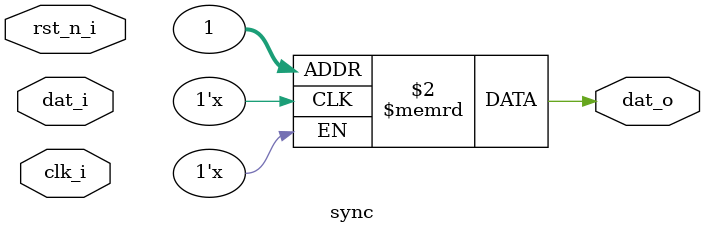
<source format=sv>

module sync #(
    parameter int STATE      = 2,
    parameter int DATA_WIDTH = 1
) (
    input  logic                  clk_i,
    input  logic                  rst_n_i,
    input  logic [DATA_WIDTH-1:0] dat_i,
    output logic [DATA_WIDTH-1:0] dat_o
);

  logic [DATA_WIDTH-1:0] r_sync_dat[0:STATE-1];
  for (genvar i = 0; i < STATE; i++) begin
    if (i == 0) begin
      dffr #(DATA_WIDTH) u_sync_dffr (
          clk_i,
          rst_n_i,
          dat_i,
          r_sync_dat[0]
      );
    end else begin
      dffr #(DATA_WIDTH) u_sync_dffr (
          clk_i,
          rst_n_i,
          r_sync_dat[i-1],
          r_sync_dat[i]

      );
    end
  end

  assign dat_o = r_sync_dat[STATE-1];
endmodule

</source>
